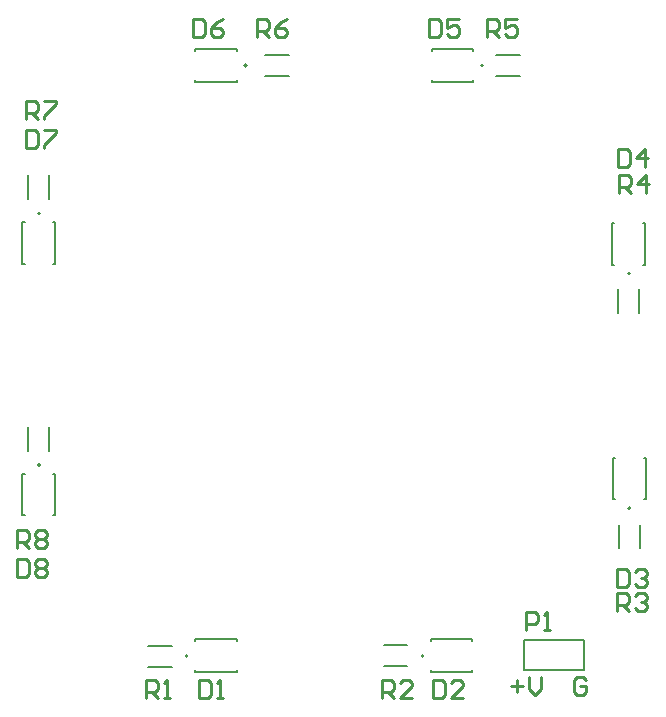
<source format=gto>
G04*
G04 #@! TF.GenerationSoftware,Altium Limited,Altium Designer,19.0.10 (269)*
G04*
G04 Layer_Color=65535*
%FSLAX25Y25*%
%MOIN*%
G70*
G01*
G75*
%ADD10C,0.00787*%
%ADD11C,0.00500*%
%ADD12C,0.01000*%
D10*
X331894Y179413D02*
G03*
X331894Y179413I-394J0D01*
G01*
X331709Y257673D02*
G03*
X331709Y257673I-394J0D01*
G01*
X135079Y277587D02*
G03*
X135079Y277587I-394J0D01*
G01*
Y193827D02*
G03*
X135079Y193827I-394J0D01*
G01*
X184307Y130185D02*
G03*
X184307Y130185I-394J0D01*
G01*
X262882D02*
G03*
X262882Y130185I-394J0D01*
G01*
X203961Y327000D02*
G03*
X203961Y327000I-394J0D01*
G01*
X282720D02*
G03*
X282720Y327000I-394J0D01*
G01*
X296500Y125500D02*
Y135500D01*
X316500D01*
Y125500D02*
Y135500D01*
X296500Y125500D02*
X316500D01*
D11*
X335004Y166063D02*
Y173937D01*
X327996Y166063D02*
Y173937D01*
X325988Y182350D02*
X326697D01*
X336303D02*
X337012D01*
X325988Y196130D02*
X326697D01*
X336303D02*
X337012D01*
X325988Y182350D02*
Y196130D01*
X337012Y182350D02*
Y196130D01*
X334819Y244563D02*
Y252437D01*
X327811Y244563D02*
Y252437D01*
X325803Y260610D02*
X326512D01*
X336118D02*
X336827D01*
X325803Y274390D02*
X326512D01*
X336118D02*
X336827D01*
X325803Y260610D02*
Y274390D01*
X336827Y260610D02*
Y274390D01*
X287063Y330504D02*
X294937D01*
X287063Y323496D02*
X294937D01*
X210063Y330504D02*
X217937D01*
X210063Y323496D02*
X217937D01*
X139488Y274650D02*
X140197D01*
X129173D02*
X129882D01*
X139488Y260870D02*
X140197D01*
X129173D02*
X129882D01*
X140197D02*
Y274650D01*
X129173Y260870D02*
Y274650D01*
X130996Y282563D02*
Y290437D01*
X138004Y282563D02*
Y290437D01*
X139488Y190890D02*
X140197D01*
X129173D02*
X129882D01*
X139488Y177110D02*
X140197D01*
X129173D02*
X129882D01*
X140197D02*
Y190890D01*
X129173Y177110D02*
Y190890D01*
X130996Y198563D02*
Y206437D01*
X138004Y198563D02*
Y206437D01*
X186850Y134988D02*
Y135697D01*
Y124673D02*
Y125382D01*
X200630Y134988D02*
Y135697D01*
Y124673D02*
Y125382D01*
X186850Y135697D02*
X200630D01*
X186850Y124673D02*
X200630D01*
X171063Y126496D02*
X178937D01*
X171063Y133504D02*
X178937D01*
X265425Y134988D02*
Y135697D01*
Y124673D02*
Y125382D01*
X279205Y134988D02*
Y135697D01*
Y124673D02*
Y125382D01*
X265425Y135697D02*
X279205D01*
X265425Y124673D02*
X279205D01*
X249563Y126681D02*
X257437D01*
X249563Y133689D02*
X257437D01*
X200630Y321488D02*
Y322197D01*
Y331803D02*
Y332512D01*
X186850Y321488D02*
Y322197D01*
Y331803D02*
Y332512D01*
Y321488D02*
X200630D01*
X186850Y332512D02*
X200630D01*
X279390Y321488D02*
Y322197D01*
Y331803D02*
Y332512D01*
X265610Y321488D02*
Y322197D01*
Y331803D02*
Y332512D01*
Y321488D02*
X279390D01*
X265610Y332512D02*
X279390D01*
D12*
X316999Y121998D02*
X315999Y122998D01*
X314000D01*
X313000Y121998D01*
Y118000D01*
X314000Y117000D01*
X315999D01*
X316999Y118000D01*
Y119999D01*
X314999D01*
X292000D02*
X295999D01*
X293999Y121998D02*
Y118000D01*
X297998Y122998D02*
Y118999D01*
X299997Y117000D01*
X301997Y118999D01*
Y122998D01*
X127500Y166000D02*
Y171998D01*
X130499D01*
X131499Y170998D01*
Y168999D01*
X130499Y167999D01*
X127500D01*
X129499D02*
X131499Y166000D01*
X133498Y170998D02*
X134498Y171998D01*
X136497D01*
X137497Y170998D01*
Y169999D01*
X136497Y168999D01*
X137497Y167999D01*
Y167000D01*
X136497Y166000D01*
X134498D01*
X133498Y167000D01*
Y167999D01*
X134498Y168999D01*
X133498Y169999D01*
Y170998D01*
X134498Y168999D02*
X136497D01*
X130500Y309000D02*
Y314998D01*
X133499D01*
X134499Y313998D01*
Y311999D01*
X133499Y310999D01*
X130500D01*
X132499D02*
X134499Y309000D01*
X136498Y314998D02*
X140497D01*
Y313998D01*
X136498Y310000D01*
Y309000D01*
X207500Y336600D02*
Y342598D01*
X210499D01*
X211499Y341598D01*
Y339599D01*
X210499Y338599D01*
X207500D01*
X209499D02*
X211499Y336600D01*
X217497Y342598D02*
X215497Y341598D01*
X213498Y339599D01*
Y337600D01*
X214498Y336600D01*
X216497D01*
X217497Y337600D01*
Y338599D01*
X216497Y339599D01*
X213498D01*
X284000Y336500D02*
Y342498D01*
X286999D01*
X287999Y341498D01*
Y339499D01*
X286999Y338499D01*
X284000D01*
X285999D02*
X287999Y336500D01*
X293997Y342498D02*
X289998D01*
Y339499D01*
X291997Y340499D01*
X292997D01*
X293997Y339499D01*
Y337500D01*
X292997Y336500D01*
X290998D01*
X289998Y337500D01*
X328000Y284500D02*
Y290498D01*
X330999D01*
X331999Y289498D01*
Y287499D01*
X330999Y286499D01*
X328000D01*
X329999D02*
X331999Y284500D01*
X336997D02*
Y290498D01*
X333998Y287499D01*
X337997D01*
X327500Y145000D02*
Y150998D01*
X330499D01*
X331499Y149998D01*
Y147999D01*
X330499Y146999D01*
X327500D01*
X329499D02*
X331499Y145000D01*
X333498Y149998D02*
X334498Y150998D01*
X336497D01*
X337497Y149998D01*
Y148999D01*
X336497Y147999D01*
X335497D01*
X336497D01*
X337497Y146999D01*
Y146000D01*
X336497Y145000D01*
X334498D01*
X333498Y146000D01*
X249000Y116000D02*
Y121998D01*
X251999D01*
X252999Y120998D01*
Y118999D01*
X251999Y117999D01*
X249000D01*
X250999D02*
X252999Y116000D01*
X258997D02*
X254998D01*
X258997Y119999D01*
Y120998D01*
X257997Y121998D01*
X255998D01*
X254998Y120998D01*
X170500Y116000D02*
Y121998D01*
X173499D01*
X174499Y120998D01*
Y118999D01*
X173499Y117999D01*
X170500D01*
X172499D02*
X174499Y116000D01*
X176498D02*
X178497D01*
X177498D01*
Y121998D01*
X176498Y120998D01*
X297100Y138900D02*
Y144898D01*
X300099D01*
X301099Y143898D01*
Y141899D01*
X300099Y140899D01*
X297100D01*
X303098Y138900D02*
X305097D01*
X304098D01*
Y144898D01*
X303098Y143898D01*
X127500Y162498D02*
Y156500D01*
X130499D01*
X131499Y157500D01*
Y161498D01*
X130499Y162498D01*
X127500D01*
X133498Y161498D02*
X134498Y162498D01*
X136497D01*
X137497Y161498D01*
Y160499D01*
X136497Y159499D01*
X137497Y158499D01*
Y157500D01*
X136497Y156500D01*
X134498D01*
X133498Y157500D01*
Y158499D01*
X134498Y159499D01*
X133498Y160499D01*
Y161498D01*
X134498Y159499D02*
X136497D01*
X130500Y305498D02*
Y299500D01*
X133499D01*
X134499Y300500D01*
Y304498D01*
X133499Y305498D01*
X130500D01*
X136498D02*
X140497D01*
Y304498D01*
X136498Y300500D01*
Y299500D01*
X186040Y342598D02*
Y336600D01*
X189039D01*
X190039Y337600D01*
Y341598D01*
X189039Y342598D01*
X186040D01*
X196037D02*
X194038Y341598D01*
X192038Y339599D01*
Y337600D01*
X193038Y336600D01*
X195037D01*
X196037Y337600D01*
Y338599D01*
X195037Y339599D01*
X192038D01*
X264800Y342598D02*
Y336600D01*
X267799D01*
X268799Y337600D01*
Y341598D01*
X267799Y342598D01*
X264800D01*
X274797D02*
X270798D01*
Y339599D01*
X272797Y340599D01*
X273797D01*
X274797Y339599D01*
Y337600D01*
X273797Y336600D01*
X271798D01*
X270798Y337600D01*
X327811Y298998D02*
Y293000D01*
X330810D01*
X331810Y294000D01*
Y297998D01*
X330810Y298998D01*
X327811D01*
X336808Y293000D02*
Y298998D01*
X333809Y295999D01*
X337808D01*
X327500Y158998D02*
Y153000D01*
X330499D01*
X331499Y154000D01*
Y157998D01*
X330499Y158998D01*
X327500D01*
X333498Y157998D02*
X334498Y158998D01*
X336497D01*
X337497Y157998D01*
Y156999D01*
X336497Y155999D01*
X335497D01*
X336497D01*
X337497Y154999D01*
Y154000D01*
X336497Y153000D01*
X334498D01*
X333498Y154000D01*
X266000Y121998D02*
Y116000D01*
X268999D01*
X269999Y117000D01*
Y120998D01*
X268999Y121998D01*
X266000D01*
X275997Y116000D02*
X271998D01*
X275997Y119999D01*
Y120998D01*
X274997Y121998D01*
X272998D01*
X271998Y120998D01*
X188000Y121998D02*
Y116000D01*
X190999D01*
X191999Y117000D01*
Y120998D01*
X190999Y121998D01*
X188000D01*
X193998Y116000D02*
X195997D01*
X194998D01*
Y121998D01*
X193998Y120998D01*
M02*

</source>
